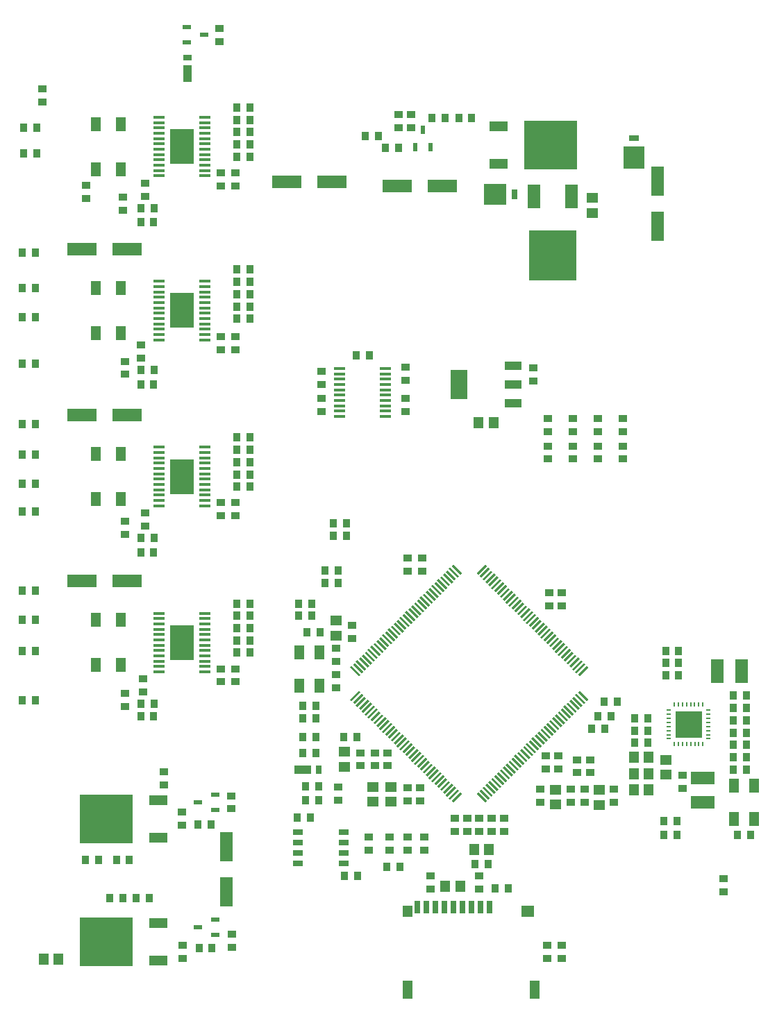
<source format=gtp>
G04 (created by PCBNEW (2013-05-18 BZR 4017)-stable) date Wed 08 Jul 2015 22:30:49 BST*
%MOIN*%
G04 Gerber Fmt 3.4, Leading zero omitted, Abs format*
%FSLAX34Y34*%
G01*
G70*
G90*
G04 APERTURE LIST*
%ADD10C,0.00590551*%
%ADD11R,0.0472X0.0866*%
%ADD12R,0.0472X0.0551*%
%ADD13R,0.063X0.0551*%
%ADD14R,0.0276X0.063*%
%ADD15R,0.063X0.1181*%
%ADD16R,0.2283X0.2441*%
%ADD17R,0.0579X0.0165*%
%ADD18R,0.1181X0.1701*%
%ADD19R,0.0394X0.0236*%
%ADD20R,0.0236X0.0394*%
%ADD21R,0.08X0.144*%
%ADD22R,0.08X0.04*%
%ADD23R,0.1417X0.063*%
%ADD24R,0.063X0.1417*%
%ADD25R,0.0374X0.0394*%
%ADD26R,0.0394X0.0374*%
%ADD27R,0.0453X0.0709*%
%ADD28R,0.0453X0.0571*%
%ADD29R,0.0571X0.0453*%
%ADD30R,0.0906X0.0512*%
%ADD31R,0.2559X0.2323*%
%ADD32R,0.1142X0.0591*%
%ADD33R,0.0591X0.1142*%
%ADD34R,0.0787X0.0433*%
%ADD35R,0.0315X0.0433*%
%ADD36R,0.05X0.025*%
%ADD37R,0.0098X0.0236*%
%ADD38R,0.0236X0.0098*%
%ADD39R,0.1299X0.1299*%
%ADD40R,0.1X0.1051*%
%ADD41R,0.05X0.03*%
%ADD42R,0.1051X0.1*%
%ADD43R,0.03X0.05*%
%ADD44R,0.0472X0.0709*%
%ADD45R,0.0433X0.0787*%
%ADD46R,0.0433X0.0315*%
G04 APERTURE END LIST*
G54D10*
G54D11*
X23030Y2027D03*
X29132Y2027D03*
G54D12*
X23030Y5807D03*
G54D13*
X28778Y5807D03*
G54D14*
X26947Y6004D03*
X26514Y6004D03*
X26081Y6004D03*
X25648Y6004D03*
X25215Y6004D03*
X24782Y6004D03*
X24349Y6004D03*
X23916Y6004D03*
X23483Y6004D03*
G54D15*
X30890Y40115D03*
G54D16*
X29990Y37288D03*
G54D15*
X29090Y40115D03*
G54D17*
X13303Y34515D03*
X13303Y34771D03*
X13303Y35027D03*
X13303Y35283D03*
X11101Y33751D03*
X13303Y33747D03*
X13303Y34003D03*
X13303Y34259D03*
X11099Y35539D03*
X11099Y35283D03*
X11099Y35027D03*
X11099Y34771D03*
X11099Y34515D03*
X11099Y34259D03*
X13303Y35539D03*
X11101Y34003D03*
X13303Y33491D03*
X13303Y35795D03*
X11099Y35795D03*
X11099Y33491D03*
X13303Y33236D03*
X13303Y36050D03*
X11099Y36050D03*
X11099Y33236D03*
G54D18*
X12201Y34643D03*
G54D17*
X13302Y26542D03*
X13302Y26798D03*
X13302Y27054D03*
X13302Y27310D03*
X11100Y25778D03*
X13302Y25774D03*
X13302Y26030D03*
X13302Y26286D03*
X11098Y27566D03*
X11098Y27310D03*
X11098Y27054D03*
X11098Y26798D03*
X11098Y26542D03*
X11098Y26286D03*
X13302Y27566D03*
X11100Y26030D03*
X13302Y25518D03*
X13302Y27822D03*
X11098Y27822D03*
X11098Y25518D03*
X13302Y25263D03*
X13302Y28077D03*
X11098Y28077D03*
X11098Y25263D03*
G54D18*
X12200Y26670D03*
G54D17*
X13302Y18571D03*
X13302Y18827D03*
X13302Y19083D03*
X13302Y19339D03*
X11100Y17807D03*
X13302Y17803D03*
X13302Y18059D03*
X13302Y18315D03*
X11098Y19595D03*
X11098Y19339D03*
X11098Y19083D03*
X11098Y18827D03*
X11098Y18571D03*
X11098Y18315D03*
X13302Y19595D03*
X11100Y18059D03*
X13302Y17547D03*
X13302Y19851D03*
X11098Y19851D03*
X11098Y17547D03*
X13302Y17292D03*
X13302Y20106D03*
X11098Y20106D03*
X11098Y17292D03*
G54D18*
X12200Y18699D03*
G54D17*
X13304Y42391D03*
X13304Y42647D03*
X13304Y42903D03*
X13304Y43159D03*
X11102Y41627D03*
X13304Y41623D03*
X13304Y41879D03*
X13304Y42135D03*
X11100Y43415D03*
X11100Y43159D03*
X11100Y42903D03*
X11100Y42647D03*
X11100Y42391D03*
X11100Y42135D03*
X13304Y43415D03*
X11102Y41879D03*
X13304Y41367D03*
X13304Y43671D03*
X11100Y43671D03*
X11100Y41367D03*
X13304Y41112D03*
X13304Y43926D03*
X11100Y43926D03*
X11100Y41112D03*
G54D18*
X12202Y42519D03*
G54D17*
X19762Y30837D03*
X19762Y30581D03*
X19762Y30325D03*
X19762Y30069D03*
X21964Y31601D03*
X19762Y31605D03*
X19762Y31349D03*
X19762Y31093D03*
X21966Y29813D03*
X21966Y30069D03*
X21966Y30325D03*
X21966Y30581D03*
X21966Y30837D03*
X21966Y31093D03*
X19762Y29813D03*
X21964Y31349D03*
X19762Y31861D03*
X19762Y29557D03*
X21966Y29557D03*
X21966Y31861D03*
G54D19*
X13800Y4645D03*
X12968Y5020D03*
X13800Y5395D03*
X13800Y10649D03*
X12968Y11024D03*
X13800Y11399D03*
G54D20*
X23383Y42478D03*
X23758Y43310D03*
X24133Y42478D03*
G54D21*
X25509Y31106D03*
G54D22*
X28109Y31106D03*
X28109Y32006D03*
X28109Y30206D03*
G54D23*
X17217Y40838D03*
X19383Y40838D03*
X9546Y21654D03*
X7380Y21654D03*
X9546Y37598D03*
X7380Y37598D03*
X9546Y29626D03*
X7380Y29626D03*
G54D24*
X35029Y40855D03*
X35029Y38689D03*
G54D25*
X35411Y18307D03*
X36041Y18307D03*
X39288Y16142D03*
X38658Y16142D03*
X39288Y15551D03*
X38658Y15551D03*
X35411Y17717D03*
X36041Y17717D03*
X35411Y17126D03*
X36041Y17126D03*
X39288Y14370D03*
X38658Y14370D03*
X39288Y14961D03*
X38658Y14961D03*
X33934Y14469D03*
X34564Y14469D03*
X33934Y15059D03*
X34564Y15059D03*
X38658Y13189D03*
X39288Y13189D03*
G54D26*
X22600Y43423D03*
X22600Y44053D03*
X23200Y43423D03*
X23200Y44053D03*
X12202Y9921D03*
X12202Y10551D03*
X18896Y29803D03*
X18896Y30433D03*
G54D25*
X22665Y7938D03*
X22035Y7938D03*
X20096Y23819D03*
X19466Y23819D03*
G54D26*
X19700Y11123D03*
X19700Y11753D03*
G54D25*
X17990Y14173D03*
X18620Y14173D03*
X17990Y13386D03*
X18620Y13386D03*
X39289Y13780D03*
X38659Y13780D03*
X33934Y13878D03*
X34564Y13878D03*
G54D26*
X29722Y4154D03*
X29722Y3524D03*
X30411Y3524D03*
X30411Y4154D03*
G54D25*
X13601Y9942D03*
X12971Y9942D03*
X13640Y4016D03*
X13010Y4016D03*
G54D26*
X12222Y4154D03*
X12222Y3524D03*
X18896Y31713D03*
X18896Y31083D03*
G54D25*
X19703Y21555D03*
X19073Y21555D03*
G54D26*
X31159Y12441D03*
X31159Y13071D03*
G54D25*
X18423Y19980D03*
X17793Y19980D03*
X38856Y9449D03*
X39486Y9449D03*
X39289Y12598D03*
X38659Y12598D03*
X35313Y10138D03*
X35943Y10138D03*
X35313Y9449D03*
X35943Y9449D03*
X19703Y22146D03*
X19073Y22146D03*
X20096Y24409D03*
X19466Y24409D03*
G54D26*
X31789Y12441D03*
X31789Y13071D03*
G54D25*
X18423Y20571D03*
X17793Y20571D03*
G54D26*
X9447Y31575D03*
X9447Y32205D03*
G54D25*
X15470Y35433D03*
X14840Y35433D03*
X14841Y34839D03*
X15471Y34839D03*
X18620Y15650D03*
X17990Y15650D03*
X14840Y34252D03*
X15470Y34252D03*
G54D26*
X14762Y33382D03*
X14762Y32752D03*
G54D25*
X14840Y36024D03*
X15470Y36024D03*
G54D26*
X14073Y32752D03*
X14073Y33382D03*
X9447Y15630D03*
X9447Y16260D03*
G54D25*
X15470Y19390D03*
X14840Y19390D03*
X14839Y18796D03*
X15469Y18796D03*
G54D26*
X21159Y9370D03*
X21159Y8740D03*
G54D25*
X14840Y18209D03*
X15470Y18209D03*
G54D26*
X14760Y17438D03*
X14760Y16808D03*
G54D25*
X14840Y19980D03*
X15470Y19980D03*
G54D26*
X14071Y16808D03*
X14071Y17438D03*
X9348Y39449D03*
X9348Y40079D03*
G54D25*
X15470Y43209D03*
X14840Y43209D03*
X14842Y42617D03*
X15472Y42617D03*
X14840Y42028D03*
X15470Y42028D03*
G54D26*
X14763Y41258D03*
X14763Y40628D03*
G54D25*
X14840Y43799D03*
X15470Y43799D03*
G54D26*
X14074Y40628D03*
X14074Y41258D03*
X9447Y23898D03*
X9447Y24528D03*
G54D25*
X15470Y27362D03*
X14840Y27362D03*
X14840Y26768D03*
X15470Y26768D03*
X14840Y26181D03*
X15470Y26181D03*
G54D26*
X14761Y25410D03*
X14761Y24780D03*
G54D25*
X14840Y27953D03*
X15470Y27953D03*
G54D26*
X14072Y24780D03*
X14072Y25410D03*
X22144Y9370D03*
X22144Y8740D03*
G54D27*
X9250Y41437D03*
X8068Y41437D03*
G54D28*
X33895Y12402D03*
X34603Y12402D03*
X33895Y13189D03*
X34603Y13189D03*
G54D25*
X18135Y11138D03*
X18750Y11138D03*
G54D29*
X35431Y13052D03*
X35431Y12344D03*
G54D28*
X26435Y29248D03*
X27143Y29248D03*
G54D27*
X9250Y25591D03*
X8068Y25591D03*
X9250Y27756D03*
X8068Y27756D03*
X9250Y43602D03*
X8068Y43602D03*
X9250Y33563D03*
X8068Y33563D03*
X9250Y17618D03*
X8068Y17618D03*
X9250Y35728D03*
X8068Y35728D03*
X9250Y19783D03*
X8068Y19783D03*
G54D26*
X22932Y31279D03*
X22932Y31909D03*
G54D30*
X11063Y3431D03*
G54D31*
X8563Y4331D03*
G54D30*
X11063Y5231D03*
X11061Y9336D03*
G54D31*
X8561Y10236D03*
G54D30*
X11061Y11136D03*
X27400Y43488D03*
G54D31*
X29900Y42588D03*
G54D30*
X27400Y41688D03*
G54D25*
X8187Y8268D03*
X7557Y8268D03*
X9985Y6438D03*
X10615Y6438D03*
X24821Y43898D03*
X24191Y43898D03*
X8735Y6438D03*
X9350Y6438D03*
X9663Y8268D03*
X9048Y8268D03*
X26100Y43898D03*
X25485Y43898D03*
G54D26*
X22932Y30432D03*
X22932Y29802D03*
X36218Y12323D03*
X36218Y11693D03*
G54D32*
X37203Y12205D03*
X37203Y11023D03*
G54D33*
X37891Y17323D03*
X39073Y17323D03*
G54D28*
X34604Y11614D03*
X33896Y11614D03*
G54D25*
X10844Y31791D03*
X10214Y31791D03*
X10844Y39567D03*
X10214Y39567D03*
X10844Y15748D03*
X10214Y15748D03*
X10844Y23720D03*
X10214Y23720D03*
X10214Y31102D03*
X10829Y31102D03*
X10214Y38878D03*
X10829Y38878D03*
X10214Y15157D03*
X10829Y15157D03*
X10214Y23031D03*
X10829Y23031D03*
X14840Y28543D03*
X15470Y28543D03*
X14840Y44390D03*
X15470Y44390D03*
X14840Y36614D03*
X15470Y36614D03*
X14840Y20571D03*
X15470Y20571D03*
G54D28*
X25549Y6988D03*
X24841Y6988D03*
G54D34*
X18000Y12588D03*
G54D35*
X18748Y12588D03*
G54D26*
X32911Y11024D03*
X32911Y11654D03*
X30864Y11024D03*
X30864Y11654D03*
G54D25*
X18187Y19193D03*
X18817Y19193D03*
G54D26*
X27655Y10256D03*
X27655Y9626D03*
G54D25*
X26258Y8071D03*
X26888Y8071D03*
G54D26*
X20766Y13406D03*
X20766Y12776D03*
G54D10*
G36*
X25553Y21954D02*
X25135Y22372D01*
X25213Y22450D01*
X25631Y22032D01*
X25553Y21954D01*
X25553Y21954D01*
G37*
G36*
X25414Y21815D02*
X24996Y22232D01*
X25074Y22310D01*
X25492Y21892D01*
X25414Y21815D01*
X25414Y21815D01*
G37*
G36*
X25275Y21675D02*
X24857Y22093D01*
X24935Y22171D01*
X25353Y21753D01*
X25275Y21675D01*
X25275Y21675D01*
G37*
G36*
X25135Y21536D02*
X24718Y21954D01*
X24795Y22032D01*
X25213Y21614D01*
X25135Y21536D01*
X25135Y21536D01*
G37*
G36*
X24996Y21397D02*
X24578Y21815D01*
X24656Y21892D01*
X25074Y21474D01*
X24996Y21397D01*
X24996Y21397D01*
G37*
G36*
X24858Y21258D02*
X24440Y21676D01*
X24517Y21754D01*
X24935Y21336D01*
X24858Y21258D01*
X24858Y21258D01*
G37*
G36*
X24718Y21119D02*
X24300Y21537D01*
X24378Y21614D01*
X24796Y21197D01*
X24718Y21119D01*
X24718Y21119D01*
G37*
G36*
X24579Y20979D02*
X24161Y21397D01*
X24239Y21475D01*
X24657Y21057D01*
X24579Y20979D01*
X24579Y20979D01*
G37*
G36*
X24440Y20840D02*
X24022Y21258D01*
X24100Y21336D01*
X24517Y20918D01*
X24440Y20840D01*
X24440Y20840D01*
G37*
G36*
X24300Y20701D02*
X23882Y21119D01*
X23960Y21197D01*
X24378Y20779D01*
X24300Y20701D01*
X24300Y20701D01*
G37*
G36*
X24161Y20562D02*
X23743Y20979D01*
X23821Y21057D01*
X24239Y20639D01*
X24161Y20562D01*
X24161Y20562D01*
G37*
G36*
X24022Y20423D02*
X23605Y20841D01*
X23682Y20919D01*
X24100Y20501D01*
X24022Y20423D01*
X24022Y20423D01*
G37*
G36*
X23883Y20284D02*
X23465Y20702D01*
X23543Y20779D01*
X23961Y20361D01*
X23883Y20284D01*
X23883Y20284D01*
G37*
G36*
X23744Y20144D02*
X23326Y20562D01*
X23404Y20640D01*
X23822Y20222D01*
X23744Y20144D01*
X23744Y20144D01*
G37*
G36*
X23605Y20005D02*
X23187Y20423D01*
X23264Y20501D01*
X23682Y20083D01*
X23605Y20005D01*
X23605Y20005D01*
G37*
G36*
X23465Y19866D02*
X23047Y20284D01*
X23125Y20361D01*
X23543Y19944D01*
X23465Y19866D01*
X23465Y19866D01*
G37*
G36*
X23326Y19726D02*
X22908Y20144D01*
X22986Y20222D01*
X23404Y19804D01*
X23326Y19726D01*
X23326Y19726D01*
G37*
G36*
X23187Y19587D02*
X22769Y20005D01*
X22847Y20083D01*
X23264Y19665D01*
X23187Y19587D01*
X23187Y19587D01*
G37*
G36*
X23048Y19449D02*
X22630Y19866D01*
X22708Y19944D01*
X23126Y19526D01*
X23048Y19449D01*
X23048Y19449D01*
G37*
G36*
X22909Y19309D02*
X22491Y19727D01*
X22569Y19805D01*
X22987Y19387D01*
X22909Y19309D01*
X22909Y19309D01*
G37*
G36*
X22769Y19170D02*
X22352Y19588D01*
X22429Y19666D01*
X22847Y19248D01*
X22769Y19170D01*
X22769Y19170D01*
G37*
G36*
X22630Y19031D02*
X22212Y19449D01*
X22290Y19526D01*
X22708Y19108D01*
X22630Y19031D01*
X22630Y19031D01*
G37*
G36*
X22491Y18891D02*
X22073Y19309D01*
X22151Y19387D01*
X22569Y18969D01*
X22491Y18891D01*
X22491Y18891D01*
G37*
G36*
X22352Y18752D02*
X21934Y19170D01*
X22011Y19248D01*
X22429Y18830D01*
X22352Y18752D01*
X22352Y18752D01*
G37*
G36*
X22212Y18613D02*
X21794Y19031D01*
X21872Y19108D01*
X22290Y18691D01*
X22212Y18613D01*
X22212Y18613D01*
G37*
G36*
X22074Y18474D02*
X21656Y18892D01*
X21734Y18970D01*
X22151Y18552D01*
X22074Y18474D01*
X22074Y18474D01*
G37*
G36*
X21934Y18335D02*
X21516Y18753D01*
X21594Y18831D01*
X22012Y18413D01*
X21934Y18335D01*
X21934Y18335D01*
G37*
G36*
X21795Y18196D02*
X21377Y18613D01*
X21455Y18691D01*
X21873Y18273D01*
X21795Y18196D01*
X21795Y18196D01*
G37*
G36*
X21656Y18056D02*
X21238Y18474D01*
X21316Y18552D01*
X21734Y18134D01*
X21656Y18056D01*
X21656Y18056D01*
G37*
G36*
X21516Y17917D02*
X21099Y18335D01*
X21176Y18413D01*
X21594Y17995D01*
X21516Y17917D01*
X21516Y17917D01*
G37*
G36*
X21377Y17778D02*
X20959Y18196D01*
X21037Y18273D01*
X21455Y17855D01*
X21377Y17778D01*
X21377Y17778D01*
G37*
G36*
X21239Y17639D02*
X20821Y18057D01*
X20898Y18135D01*
X21316Y17717D01*
X21239Y17639D01*
X21239Y17639D01*
G37*
G36*
X21099Y17500D02*
X20681Y17918D01*
X20759Y17995D01*
X21177Y17578D01*
X21099Y17500D01*
X21099Y17500D01*
G37*
G36*
X20960Y17360D02*
X20542Y17778D01*
X20620Y17856D01*
X21038Y17438D01*
X20960Y17360D01*
X20960Y17360D01*
G37*
G36*
X20821Y17221D02*
X20403Y17639D01*
X20481Y17717D01*
X20898Y17299D01*
X20821Y17221D01*
X20821Y17221D01*
G37*
G36*
X20681Y17082D02*
X20263Y17500D01*
X20341Y17578D01*
X20759Y17160D01*
X20681Y17082D01*
X20681Y17082D01*
G37*
G36*
X26750Y11013D02*
X26332Y11431D01*
X26410Y11509D01*
X26828Y11091D01*
X26750Y11013D01*
X26750Y11013D01*
G37*
G36*
X26889Y11153D02*
X26471Y11571D01*
X26549Y11648D01*
X26967Y11231D01*
X26889Y11153D01*
X26889Y11153D01*
G37*
G36*
X27028Y11292D02*
X26610Y11710D01*
X26688Y11788D01*
X27106Y11370D01*
X27028Y11292D01*
X27028Y11292D01*
G37*
G36*
X27168Y11431D02*
X26750Y11849D01*
X26828Y11927D01*
X27245Y11509D01*
X27168Y11431D01*
X27168Y11431D01*
G37*
G36*
X27307Y11571D02*
X26889Y11989D01*
X26967Y12066D01*
X27385Y11648D01*
X27307Y11571D01*
X27307Y11571D01*
G37*
G36*
X27446Y11709D02*
X27028Y12127D01*
X27105Y12205D01*
X27523Y11787D01*
X27446Y11709D01*
X27446Y11709D01*
G37*
G36*
X27585Y11849D02*
X27167Y12266D01*
X27245Y12344D01*
X27663Y11926D01*
X27585Y11849D01*
X27585Y11849D01*
G37*
G36*
X27724Y11988D02*
X27306Y12406D01*
X27384Y12484D01*
X27802Y12066D01*
X27724Y11988D01*
X27724Y11988D01*
G37*
G36*
X27863Y12127D02*
X27446Y12545D01*
X27523Y12623D01*
X27941Y12205D01*
X27863Y12127D01*
X27863Y12127D01*
G37*
G36*
X28003Y12266D02*
X27585Y12684D01*
X27663Y12762D01*
X28081Y12344D01*
X28003Y12266D01*
X28003Y12266D01*
G37*
G36*
X28142Y12406D02*
X27724Y12824D01*
X27802Y12901D01*
X28220Y12484D01*
X28142Y12406D01*
X28142Y12406D01*
G37*
G36*
X28281Y12544D02*
X27863Y12962D01*
X27941Y13040D01*
X28358Y12622D01*
X28281Y12544D01*
X28281Y12544D01*
G37*
G36*
X28420Y12684D02*
X28002Y13102D01*
X28080Y13179D01*
X28498Y12761D01*
X28420Y12684D01*
X28420Y12684D01*
G37*
G36*
X28559Y12823D02*
X28141Y13241D01*
X28219Y13319D01*
X28637Y12901D01*
X28559Y12823D01*
X28559Y12823D01*
G37*
G36*
X28699Y12962D02*
X28281Y13380D01*
X28358Y13458D01*
X28776Y13040D01*
X28699Y12962D01*
X28699Y12962D01*
G37*
G36*
X28838Y13102D02*
X28420Y13519D01*
X28498Y13597D01*
X28916Y13179D01*
X28838Y13102D01*
X28838Y13102D01*
G37*
G36*
X28977Y13241D02*
X28559Y13659D01*
X28637Y13737D01*
X29055Y13319D01*
X28977Y13241D01*
X28977Y13241D01*
G37*
G36*
X29116Y13380D02*
X28699Y13798D01*
X28776Y13876D01*
X29194Y13458D01*
X29116Y13380D01*
X29116Y13380D01*
G37*
G36*
X29255Y13519D02*
X28837Y13937D01*
X28915Y14014D01*
X29333Y13597D01*
X29255Y13519D01*
X29255Y13519D01*
G37*
G36*
X29394Y13658D02*
X28976Y14076D01*
X29054Y14154D01*
X29472Y13736D01*
X29394Y13658D01*
X29394Y13658D01*
G37*
G36*
X29534Y13797D02*
X29116Y14215D01*
X29194Y14293D01*
X29611Y13875D01*
X29534Y13797D01*
X29534Y13797D01*
G37*
G36*
X29673Y13937D02*
X29255Y14355D01*
X29333Y14432D01*
X29751Y14014D01*
X29673Y13937D01*
X29673Y13937D01*
G37*
G36*
X29812Y14076D02*
X29394Y14494D01*
X29472Y14572D01*
X29890Y14154D01*
X29812Y14076D01*
X29812Y14076D01*
G37*
G36*
X29952Y14215D02*
X29534Y14633D01*
X29611Y14711D01*
X30029Y14293D01*
X29952Y14215D01*
X29952Y14215D01*
G37*
G36*
X30091Y14355D02*
X29673Y14772D01*
X29751Y14850D01*
X30169Y14432D01*
X30091Y14355D01*
X30091Y14355D01*
G37*
G36*
X30229Y14493D02*
X29812Y14911D01*
X29889Y14989D01*
X30307Y14571D01*
X30229Y14493D01*
X30229Y14493D01*
G37*
G36*
X30369Y14632D02*
X29951Y15050D01*
X30029Y15128D01*
X30447Y14710D01*
X30369Y14632D01*
X30369Y14632D01*
G37*
G36*
X30508Y14772D02*
X30090Y15190D01*
X30168Y15267D01*
X30586Y14850D01*
X30508Y14772D01*
X30508Y14772D01*
G37*
G36*
X30647Y14911D02*
X30229Y15329D01*
X30307Y15407D01*
X30725Y14989D01*
X30647Y14911D01*
X30647Y14911D01*
G37*
G36*
X30787Y15050D02*
X30369Y15468D01*
X30447Y15546D01*
X30864Y15128D01*
X30787Y15050D01*
X30787Y15050D01*
G37*
G36*
X30926Y15190D02*
X30508Y15608D01*
X30586Y15685D01*
X31004Y15267D01*
X30926Y15190D01*
X30926Y15190D01*
G37*
G36*
X31065Y15328D02*
X30647Y15746D01*
X30724Y15824D01*
X31142Y15406D01*
X31065Y15328D01*
X31065Y15328D01*
G37*
G36*
X31204Y15468D02*
X30786Y15885D01*
X30864Y15963D01*
X31282Y15545D01*
X31204Y15468D01*
X31204Y15468D01*
G37*
G36*
X31343Y15607D02*
X30925Y16025D01*
X31003Y16103D01*
X31421Y15685D01*
X31343Y15607D01*
X31343Y15607D01*
G37*
G36*
X31482Y15746D02*
X31065Y16164D01*
X31142Y16242D01*
X31560Y15824D01*
X31482Y15746D01*
X31482Y15746D01*
G37*
G36*
X31622Y15885D02*
X31204Y16303D01*
X31282Y16381D01*
X31700Y15963D01*
X31622Y15885D01*
X31622Y15885D01*
G37*
G36*
X20341Y15885D02*
X20263Y15963D01*
X20681Y16381D01*
X20759Y16303D01*
X20341Y15885D01*
X20341Y15885D01*
G37*
G36*
X20481Y15746D02*
X20403Y15824D01*
X20821Y16242D01*
X20898Y16164D01*
X20481Y15746D01*
X20481Y15746D01*
G37*
G36*
X20620Y15607D02*
X20542Y15685D01*
X20960Y16103D01*
X21038Y16025D01*
X20620Y15607D01*
X20620Y15607D01*
G37*
G36*
X20759Y15468D02*
X20681Y15545D01*
X21099Y15963D01*
X21177Y15885D01*
X20759Y15468D01*
X20759Y15468D01*
G37*
G36*
X20898Y15328D02*
X20821Y15406D01*
X21239Y15824D01*
X21316Y15746D01*
X20898Y15328D01*
X20898Y15328D01*
G37*
G36*
X21037Y15190D02*
X20959Y15267D01*
X21377Y15685D01*
X21455Y15608D01*
X21037Y15190D01*
X21037Y15190D01*
G37*
G36*
X21176Y15050D02*
X21099Y15128D01*
X21516Y15546D01*
X21594Y15468D01*
X21176Y15050D01*
X21176Y15050D01*
G37*
G36*
X21316Y14911D02*
X21238Y14989D01*
X21656Y15407D01*
X21734Y15329D01*
X21316Y14911D01*
X21316Y14911D01*
G37*
G36*
X21455Y14772D02*
X21377Y14850D01*
X21795Y15267D01*
X21873Y15190D01*
X21455Y14772D01*
X21455Y14772D01*
G37*
G36*
X21594Y14632D02*
X21516Y14710D01*
X21934Y15128D01*
X22012Y15050D01*
X21594Y14632D01*
X21594Y14632D01*
G37*
G36*
X21734Y14493D02*
X21656Y14571D01*
X22074Y14989D01*
X22151Y14911D01*
X21734Y14493D01*
X21734Y14493D01*
G37*
G36*
X21872Y14355D02*
X21794Y14432D01*
X22212Y14850D01*
X22290Y14772D01*
X21872Y14355D01*
X21872Y14355D01*
G37*
G36*
X22011Y14215D02*
X21934Y14293D01*
X22352Y14711D01*
X22429Y14633D01*
X22011Y14215D01*
X22011Y14215D01*
G37*
G36*
X22151Y14076D02*
X22073Y14154D01*
X22491Y14572D01*
X22569Y14494D01*
X22151Y14076D01*
X22151Y14076D01*
G37*
G36*
X22290Y13937D02*
X22212Y14014D01*
X22630Y14432D01*
X22708Y14355D01*
X22290Y13937D01*
X22290Y13937D01*
G37*
G36*
X22429Y13797D02*
X22352Y13875D01*
X22769Y14293D01*
X22847Y14215D01*
X22429Y13797D01*
X22429Y13797D01*
G37*
G36*
X22569Y13658D02*
X22491Y13736D01*
X22909Y14154D01*
X22987Y14076D01*
X22569Y13658D01*
X22569Y13658D01*
G37*
G36*
X22708Y13519D02*
X22630Y13597D01*
X23048Y14014D01*
X23126Y13937D01*
X22708Y13519D01*
X22708Y13519D01*
G37*
G36*
X22847Y13380D02*
X22769Y13458D01*
X23187Y13876D01*
X23264Y13798D01*
X22847Y13380D01*
X22847Y13380D01*
G37*
G36*
X22986Y13241D02*
X22908Y13319D01*
X23326Y13737D01*
X23404Y13659D01*
X22986Y13241D01*
X22986Y13241D01*
G37*
G36*
X23125Y13102D02*
X23047Y13179D01*
X23465Y13597D01*
X23543Y13519D01*
X23125Y13102D01*
X23125Y13102D01*
G37*
G36*
X23264Y12962D02*
X23187Y13040D01*
X23605Y13458D01*
X23682Y13380D01*
X23264Y12962D01*
X23264Y12962D01*
G37*
G36*
X23404Y12823D02*
X23326Y12901D01*
X23744Y13319D01*
X23822Y13241D01*
X23404Y12823D01*
X23404Y12823D01*
G37*
G36*
X23543Y12684D02*
X23465Y12761D01*
X23883Y13179D01*
X23961Y13102D01*
X23543Y12684D01*
X23543Y12684D01*
G37*
G36*
X23682Y12544D02*
X23605Y12622D01*
X24022Y13040D01*
X24100Y12962D01*
X23682Y12544D01*
X23682Y12544D01*
G37*
G36*
X23821Y12406D02*
X23743Y12484D01*
X24161Y12901D01*
X24239Y12824D01*
X23821Y12406D01*
X23821Y12406D01*
G37*
G36*
X23960Y12266D02*
X23882Y12344D01*
X24300Y12762D01*
X24378Y12684D01*
X23960Y12266D01*
X23960Y12266D01*
G37*
G36*
X24100Y12127D02*
X24022Y12205D01*
X24440Y12623D01*
X24517Y12545D01*
X24100Y12127D01*
X24100Y12127D01*
G37*
G36*
X24239Y11988D02*
X24161Y12066D01*
X24579Y12484D01*
X24657Y12406D01*
X24239Y11988D01*
X24239Y11988D01*
G37*
G36*
X24378Y11849D02*
X24300Y11926D01*
X24718Y12344D01*
X24796Y12266D01*
X24378Y11849D01*
X24378Y11849D01*
G37*
G36*
X24517Y11709D02*
X24440Y11787D01*
X24858Y12205D01*
X24935Y12127D01*
X24517Y11709D01*
X24517Y11709D01*
G37*
G36*
X24656Y11571D02*
X24578Y11648D01*
X24996Y12066D01*
X25074Y11989D01*
X24656Y11571D01*
X24656Y11571D01*
G37*
G36*
X24795Y11431D02*
X24718Y11509D01*
X25135Y11927D01*
X25213Y11849D01*
X24795Y11431D01*
X24795Y11431D01*
G37*
G36*
X24935Y11292D02*
X24857Y11370D01*
X25275Y11788D01*
X25353Y11710D01*
X24935Y11292D01*
X24935Y11292D01*
G37*
G36*
X25074Y11153D02*
X24996Y11231D01*
X25414Y11648D01*
X25492Y11571D01*
X25074Y11153D01*
X25074Y11153D01*
G37*
G36*
X25213Y11013D02*
X25135Y11091D01*
X25553Y11509D01*
X25631Y11431D01*
X25213Y11013D01*
X25213Y11013D01*
G37*
G36*
X31282Y17082D02*
X31204Y17160D01*
X31622Y17578D01*
X31700Y17500D01*
X31282Y17082D01*
X31282Y17082D01*
G37*
G36*
X31142Y17221D02*
X31065Y17299D01*
X31482Y17717D01*
X31560Y17639D01*
X31142Y17221D01*
X31142Y17221D01*
G37*
G36*
X31003Y17360D02*
X30925Y17438D01*
X31343Y17856D01*
X31421Y17778D01*
X31003Y17360D01*
X31003Y17360D01*
G37*
G36*
X30864Y17500D02*
X30786Y17578D01*
X31204Y17995D01*
X31282Y17918D01*
X30864Y17500D01*
X30864Y17500D01*
G37*
G36*
X30724Y17639D02*
X30647Y17717D01*
X31065Y18135D01*
X31142Y18057D01*
X30724Y17639D01*
X30724Y17639D01*
G37*
G36*
X30586Y17778D02*
X30508Y17855D01*
X30926Y18273D01*
X31004Y18196D01*
X30586Y17778D01*
X30586Y17778D01*
G37*
G36*
X30447Y17917D02*
X30369Y17995D01*
X30787Y18413D01*
X30864Y18335D01*
X30447Y17917D01*
X30447Y17917D01*
G37*
G36*
X30307Y18056D02*
X30229Y18134D01*
X30647Y18552D01*
X30725Y18474D01*
X30307Y18056D01*
X30307Y18056D01*
G37*
G36*
X30168Y18196D02*
X30090Y18273D01*
X30508Y18691D01*
X30586Y18613D01*
X30168Y18196D01*
X30168Y18196D01*
G37*
G36*
X30029Y18335D02*
X29951Y18413D01*
X30369Y18831D01*
X30447Y18753D01*
X30029Y18335D01*
X30029Y18335D01*
G37*
G36*
X29889Y18474D02*
X29812Y18552D01*
X30229Y18970D01*
X30307Y18892D01*
X29889Y18474D01*
X29889Y18474D01*
G37*
G36*
X29751Y18613D02*
X29673Y18691D01*
X30091Y19108D01*
X30169Y19031D01*
X29751Y18613D01*
X29751Y18613D01*
G37*
G36*
X29611Y18752D02*
X29534Y18830D01*
X29952Y19248D01*
X30029Y19170D01*
X29611Y18752D01*
X29611Y18752D01*
G37*
G36*
X29472Y18891D02*
X29394Y18969D01*
X29812Y19387D01*
X29890Y19309D01*
X29472Y18891D01*
X29472Y18891D01*
G37*
G36*
X29333Y19031D02*
X29255Y19108D01*
X29673Y19526D01*
X29751Y19449D01*
X29333Y19031D01*
X29333Y19031D01*
G37*
G36*
X29194Y19170D02*
X29116Y19248D01*
X29534Y19666D01*
X29611Y19588D01*
X29194Y19170D01*
X29194Y19170D01*
G37*
G36*
X29054Y19309D02*
X28976Y19387D01*
X29394Y19805D01*
X29472Y19727D01*
X29054Y19309D01*
X29054Y19309D01*
G37*
G36*
X28915Y19449D02*
X28837Y19526D01*
X29255Y19944D01*
X29333Y19866D01*
X28915Y19449D01*
X28915Y19449D01*
G37*
G36*
X28776Y19587D02*
X28699Y19665D01*
X29116Y20083D01*
X29194Y20005D01*
X28776Y19587D01*
X28776Y19587D01*
G37*
G36*
X28637Y19726D02*
X28559Y19804D01*
X28977Y20222D01*
X29055Y20144D01*
X28637Y19726D01*
X28637Y19726D01*
G37*
G36*
X28498Y19866D02*
X28420Y19944D01*
X28838Y20361D01*
X28916Y20284D01*
X28498Y19866D01*
X28498Y19866D01*
G37*
G36*
X28358Y20005D02*
X28281Y20083D01*
X28699Y20501D01*
X28776Y20423D01*
X28358Y20005D01*
X28358Y20005D01*
G37*
G36*
X28219Y20144D02*
X28141Y20222D01*
X28559Y20640D01*
X28637Y20562D01*
X28219Y20144D01*
X28219Y20144D01*
G37*
G36*
X28080Y20284D02*
X28002Y20361D01*
X28420Y20779D01*
X28498Y20702D01*
X28080Y20284D01*
X28080Y20284D01*
G37*
G36*
X27941Y20423D02*
X27863Y20501D01*
X28281Y20919D01*
X28358Y20841D01*
X27941Y20423D01*
X27941Y20423D01*
G37*
G36*
X27802Y20562D02*
X27724Y20639D01*
X28142Y21057D01*
X28220Y20979D01*
X27802Y20562D01*
X27802Y20562D01*
G37*
G36*
X27663Y20701D02*
X27585Y20779D01*
X28003Y21197D01*
X28081Y21119D01*
X27663Y20701D01*
X27663Y20701D01*
G37*
G36*
X27523Y20840D02*
X27446Y20918D01*
X27863Y21336D01*
X27941Y21258D01*
X27523Y20840D01*
X27523Y20840D01*
G37*
G36*
X27384Y20979D02*
X27306Y21057D01*
X27724Y21475D01*
X27802Y21397D01*
X27384Y20979D01*
X27384Y20979D01*
G37*
G36*
X27245Y21119D02*
X27167Y21197D01*
X27585Y21614D01*
X27663Y21537D01*
X27245Y21119D01*
X27245Y21119D01*
G37*
G36*
X27105Y21258D02*
X27028Y21336D01*
X27446Y21754D01*
X27523Y21676D01*
X27105Y21258D01*
X27105Y21258D01*
G37*
G36*
X26967Y21397D02*
X26889Y21474D01*
X27307Y21892D01*
X27385Y21815D01*
X26967Y21397D01*
X26967Y21397D01*
G37*
G36*
X26828Y21536D02*
X26750Y21614D01*
X27168Y22032D01*
X27245Y21954D01*
X26828Y21536D01*
X26828Y21536D01*
G37*
G36*
X26688Y21675D02*
X26610Y21753D01*
X27028Y22171D01*
X27106Y22093D01*
X26688Y21675D01*
X26688Y21675D01*
G37*
G36*
X26549Y21815D02*
X26471Y21892D01*
X26889Y22310D01*
X26967Y22232D01*
X26549Y21815D01*
X26549Y21815D01*
G37*
G36*
X26410Y21954D02*
X26332Y22032D01*
X26750Y22450D01*
X26828Y22372D01*
X26410Y21954D01*
X26410Y21954D01*
G37*
G54D29*
X21356Y11771D03*
X21356Y11063D03*
X19585Y19036D03*
X19585Y19744D03*
G54D28*
X26219Y8760D03*
X26927Y8760D03*
G54D29*
X19978Y13445D03*
X19978Y12737D03*
X30116Y11634D03*
X30116Y10926D03*
X32222Y11614D03*
X32222Y10906D03*
G54D25*
X31868Y14567D03*
X32498Y14567D03*
X18765Y11788D03*
X18135Y11788D03*
G54D26*
X19585Y17795D03*
X19585Y18425D03*
X19585Y17146D03*
X19585Y16516D03*
X23620Y11732D03*
X23620Y11102D03*
G54D25*
X32163Y15157D03*
X32793Y15157D03*
G54D26*
X29821Y20453D03*
X29821Y21083D03*
X30411Y20453D03*
X30411Y21083D03*
X21455Y13406D03*
X21455Y12776D03*
X23029Y11732D03*
X23029Y11102D03*
X22045Y13406D03*
X22045Y12776D03*
X20372Y18878D03*
X20372Y19508D03*
X23029Y22126D03*
X23029Y22756D03*
G54D25*
X18620Y15059D03*
X17990Y15059D03*
G54D26*
X27065Y10256D03*
X27065Y9626D03*
X23029Y9370D03*
X23029Y8740D03*
X25884Y10256D03*
X25884Y9626D03*
X23718Y22126D03*
X23718Y22756D03*
G54D25*
X20588Y14173D03*
X19958Y14173D03*
G54D26*
X26474Y9626D03*
X26474Y10256D03*
G54D29*
X22242Y11771D03*
X22242Y11063D03*
G54D25*
X20550Y32480D03*
X21180Y32480D03*
G54D36*
X19950Y8088D03*
X19950Y8588D03*
X19950Y9088D03*
X19950Y9588D03*
X17750Y9588D03*
X17750Y9088D03*
X17750Y8588D03*
X17750Y8088D03*
G54D25*
X20615Y7488D03*
X19985Y7488D03*
X17735Y10288D03*
X18365Y10288D03*
G54D26*
X14000Y48203D03*
X14000Y47573D03*
G54D37*
X35826Y13820D03*
X36023Y13820D03*
X36220Y13820D03*
X36417Y13820D03*
X36613Y13820D03*
X36810Y13820D03*
X37007Y13820D03*
X37204Y13820D03*
G54D38*
X37460Y14862D03*
X37460Y15058D03*
X37460Y15255D03*
X37460Y15452D03*
G54D39*
X36514Y14764D03*
G54D38*
X37460Y14075D03*
X37460Y14272D03*
X37460Y14469D03*
X37460Y14665D03*
G54D37*
X37202Y15708D03*
X37005Y15709D03*
X36809Y15709D03*
X36612Y15709D03*
X36415Y15709D03*
X36218Y15709D03*
X36021Y15709D03*
X35824Y15709D03*
G54D38*
X35569Y15453D03*
X35569Y15256D03*
X35569Y15059D03*
X35569Y14863D03*
X35569Y14666D03*
X35569Y14469D03*
X35569Y14272D03*
X35569Y14075D03*
G54D25*
X5165Y29188D03*
X4535Y29188D03*
G54D40*
X33896Y41988D03*
G54D41*
X33896Y42914D03*
G54D42*
X27230Y40228D03*
G54D43*
X28156Y40228D03*
G54D26*
X10234Y32362D03*
X10234Y32992D03*
X10431Y40138D03*
X10431Y40768D03*
X10333Y16319D03*
X10333Y16949D03*
X10431Y24291D03*
X10431Y24921D03*
G54D44*
X38699Y11811D03*
X38699Y10237D03*
X39643Y10237D03*
X39643Y11811D03*
X18777Y16634D03*
X18777Y18208D03*
X17833Y18208D03*
X17833Y16634D03*
G54D26*
X25293Y10256D03*
X25293Y9626D03*
X23817Y9370D03*
X23817Y8740D03*
G54D25*
X27242Y6890D03*
X27872Y6890D03*
G54D26*
X26474Y6870D03*
X26474Y7500D03*
G54D25*
X32458Y15846D03*
X33088Y15846D03*
G54D26*
X24112Y6870D03*
X24112Y7500D03*
G54D19*
X12434Y48263D03*
X13266Y47888D03*
X12434Y47513D03*
G54D25*
X22596Y42441D03*
X21966Y42441D03*
G54D26*
X14565Y10709D03*
X14565Y11339D03*
X14604Y4055D03*
X14604Y4685D03*
X38187Y6732D03*
X38187Y7362D03*
X31514Y11024D03*
X31514Y11654D03*
X29407Y11024D03*
X29407Y11654D03*
G54D23*
X22517Y40638D03*
X24683Y40638D03*
G54D24*
X14329Y8898D03*
X14329Y6732D03*
G54D25*
X5165Y34338D03*
X4535Y34338D03*
X5215Y42188D03*
X4585Y42188D03*
G54D26*
X7600Y40023D03*
X7600Y40653D03*
G54D25*
X5165Y37438D03*
X4535Y37438D03*
X4535Y35738D03*
X5165Y35738D03*
X21615Y43038D03*
X20985Y43038D03*
X4535Y32088D03*
X5165Y32088D03*
X5165Y21188D03*
X4535Y21188D03*
X4535Y19788D03*
X5165Y19788D03*
X5165Y18288D03*
X4535Y18288D03*
X4535Y15938D03*
X5165Y15938D03*
X4585Y43438D03*
X5215Y43438D03*
G54D26*
X30273Y12618D03*
X30273Y13248D03*
X29045Y31890D03*
X29045Y31260D03*
X11333Y12480D03*
X11333Y11850D03*
G54D29*
X31880Y40042D03*
X31880Y39334D03*
G54D25*
X4535Y27738D03*
X5165Y27738D03*
X5165Y26338D03*
X4535Y26338D03*
X4535Y24988D03*
X5165Y24988D03*
G54D26*
X5500Y44673D03*
X5500Y45303D03*
X29644Y13248D03*
X29644Y12618D03*
G54D28*
X6254Y3488D03*
X5546Y3488D03*
G54D26*
X29750Y28823D03*
X29750Y29453D03*
X30950Y28823D03*
X30950Y29453D03*
X32150Y28823D03*
X32150Y29453D03*
X29750Y27523D03*
X29750Y28138D03*
X30950Y27523D03*
X30950Y28138D03*
X32153Y27523D03*
X32153Y28138D03*
X33350Y27523D03*
X33350Y28138D03*
X33350Y29453D03*
X33350Y28838D03*
G54D45*
X12450Y46038D03*
G54D46*
X12450Y46786D03*
M02*

</source>
